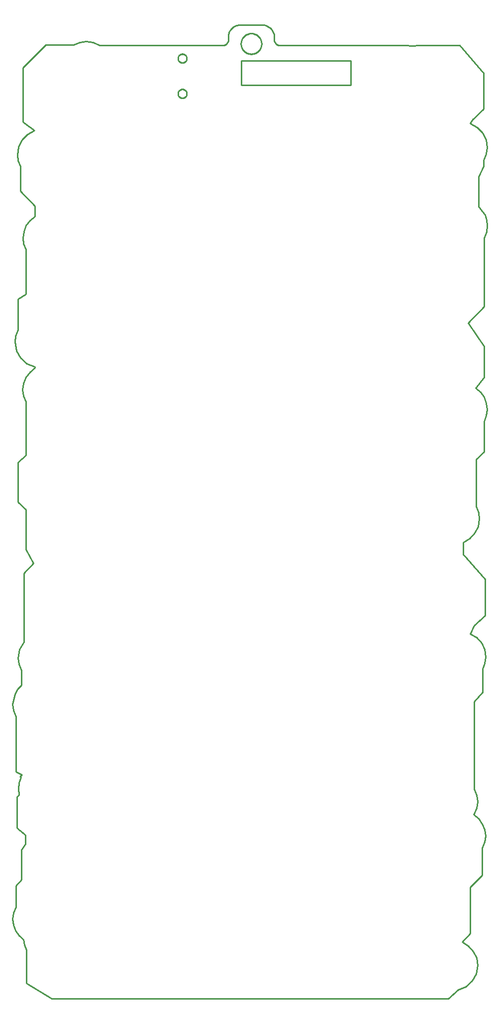
<source format=gbr>
G04 EAGLE Gerber RS-274X export*
G75*
%MOMM*%
%FSLAX34Y34*%
%LPD*%
%IN*%
%IPPOS*%
%AMOC8*
5,1,8,0,0,1.08239X$1,22.5*%
G01*
%ADD10C,0.254000*%


D10*
X83958Y200586D02*
X85155Y190285D01*
X88655Y180763D01*
X94322Y172392D01*
X102021Y165545D01*
X103601Y156604D01*
X107078Y148205D01*
X107078Y91490D01*
X150427Y64758D01*
X825593Y64758D01*
X841849Y80291D01*
X855119Y85874D01*
X865646Y95419D01*
X872583Y107876D01*
X875084Y122196D01*
X873198Y134749D01*
X867859Y145948D01*
X859539Y155114D01*
X848713Y161571D01*
X862801Y175660D01*
X862801Y255134D01*
X883031Y275363D01*
X883031Y321603D01*
X887095Y331492D01*
X888450Y342194D01*
X887072Y352816D01*
X883121Y362694D01*
X876867Y371353D01*
X868581Y378318D01*
X873458Y389110D01*
X875084Y400715D01*
X873729Y411282D01*
X869665Y421306D01*
X869665Y570500D01*
X883392Y586395D01*
X883392Y626132D01*
X887456Y636021D01*
X888811Y646723D01*
X886926Y659124D01*
X881586Y670339D01*
X873266Y679590D01*
X862440Y686098D01*
X868943Y699826D01*
X887727Y717165D01*
X887727Y778938D01*
X850519Y821565D01*
X850519Y841433D01*
X861819Y847953D01*
X870478Y857283D01*
X876021Y868713D01*
X877974Y881532D01*
X876619Y892233D01*
X872555Y902123D01*
X872555Y983041D01*
X885921Y995685D01*
X885921Y1047343D01*
X889985Y1057232D01*
X891340Y1067934D01*
X890019Y1078709D01*
X886192Y1088570D01*
X880062Y1097144D01*
X871832Y1104058D01*
X885921Y1122843D01*
X885921Y1174862D01*
X859550Y1215321D01*
X885921Y1242776D01*
X885921Y1359458D01*
X890301Y1369708D01*
X891701Y1380771D01*
X890708Y1389808D01*
X887818Y1398337D01*
X876890Y1412922D01*
X876890Y1464219D01*
X885560Y1481559D01*
X885560Y1492035D01*
X889804Y1502466D01*
X891340Y1513709D01*
X889268Y1526788D01*
X883437Y1538409D01*
X874423Y1547796D01*
X862801Y1554169D01*
X866053Y1560671D01*
X885560Y1578733D01*
X885560Y1640145D01*
X844378Y1687107D01*
X787301Y1687107D01*
X775811Y1687126D01*
X763127Y1686833D01*
X752425Y1687018D01*
X742026Y1687084D01*
X693980Y1687084D01*
X691933Y1687107D01*
X539000Y1687107D01*
X538128Y1687145D01*
X537264Y1687259D01*
X536412Y1687447D01*
X535580Y1687710D01*
X534774Y1688044D01*
X534000Y1688446D01*
X533264Y1688915D01*
X532572Y1689446D01*
X531929Y1690036D01*
X531340Y1690679D01*
X530808Y1691371D01*
X530340Y1692107D01*
X529937Y1692881D01*
X529603Y1693687D01*
X529341Y1694519D01*
X529152Y1695370D01*
X529038Y1696235D01*
X529000Y1697107D01*
X529000Y1704000D01*
X528659Y1705819D01*
X528160Y1707601D01*
X527508Y1709333D01*
X526708Y1711002D01*
X525765Y1712594D01*
X524687Y1714098D01*
X523481Y1715503D01*
X522159Y1716797D01*
X520728Y1717971D01*
X519200Y1719015D01*
X517588Y1719923D01*
X515902Y1720687D01*
X514156Y1721300D01*
X512363Y1721760D01*
X510537Y1722061D01*
X508692Y1722202D01*
X506842Y1722182D01*
X505000Y1722000D01*
X473000Y1722000D01*
X471249Y1722098D01*
X469497Y1722043D01*
X467755Y1721836D01*
X466039Y1721478D01*
X464360Y1720971D01*
X462732Y1720321D01*
X461167Y1719530D01*
X459676Y1718606D01*
X458272Y1717556D01*
X456965Y1716388D01*
X455764Y1715110D01*
X454680Y1713732D01*
X453719Y1712265D01*
X452890Y1710720D01*
X452199Y1709108D01*
X451651Y1707443D01*
X451250Y1705736D01*
X451000Y1704000D01*
X451000Y1697107D01*
X450962Y1696235D01*
X450848Y1695370D01*
X450659Y1694519D01*
X450397Y1693687D01*
X450063Y1692881D01*
X449660Y1692107D01*
X449192Y1691371D01*
X448660Y1690679D01*
X448071Y1690036D01*
X447428Y1689446D01*
X446736Y1688915D01*
X446000Y1688446D01*
X445226Y1688044D01*
X444420Y1687710D01*
X443588Y1687447D01*
X442736Y1687259D01*
X441872Y1687145D01*
X441000Y1687107D01*
X231707Y1687107D01*
X220689Y1692164D01*
X208588Y1693970D01*
X197886Y1692616D01*
X187997Y1688552D01*
X139951Y1688552D01*
X101298Y1649537D01*
X101298Y1556697D01*
X121167Y1542248D01*
X109279Y1536022D01*
X100034Y1526579D01*
X94039Y1514765D01*
X91906Y1501427D01*
X93215Y1491222D01*
X96963Y1481559D01*
X96963Y1439293D01*
X121528Y1413645D01*
X121528Y1396305D01*
X113185Y1389486D01*
X106807Y1380771D01*
X102732Y1370702D01*
X101298Y1359819D01*
X102608Y1349614D01*
X106356Y1339951D01*
X106356Y1263728D01*
X92989Y1255420D01*
X92989Y1203039D01*
X88925Y1193150D01*
X87571Y1182448D01*
X90139Y1167773D01*
X97279Y1155265D01*
X108145Y1145872D01*
X121889Y1140544D01*
X121889Y1138376D01*
X113129Y1131400D01*
X106536Y1122662D01*
X102382Y1112570D01*
X100937Y1101529D01*
X102292Y1090828D01*
X106356Y1080939D01*
X106356Y989905D01*
X92989Y977623D01*
X92989Y910070D01*
X106356Y897426D01*
X106356Y829874D01*
X118999Y805670D01*
X102743Y789414D01*
X102743Y672371D01*
X95563Y659457D01*
X92989Y644916D01*
X94344Y634350D01*
X98408Y624326D01*
X98408Y598316D01*
X92188Y591514D01*
X87661Y583731D01*
X83958Y566165D01*
X85313Y555599D01*
X89377Y545574D01*
X89377Y451289D01*
X99853Y446232D01*
X96602Y442620D01*
X97686Y441536D01*
X94434Y432414D01*
X93351Y422751D01*
X94796Y411914D01*
X91544Y407940D01*
X91544Y355921D01*
X105272Y344000D01*
X105272Y328105D01*
X98408Y318352D01*
X98408Y267777D01*
X89377Y256940D01*
X89377Y221177D01*
X85313Y211288D01*
X83958Y200586D01*
X473020Y1619280D02*
X659020Y1619280D01*
X659020Y1661280D01*
X473020Y1661280D01*
X473020Y1619280D01*
X507500Y1689427D02*
X507425Y1688284D01*
X507276Y1687148D01*
X507052Y1686024D01*
X506755Y1684917D01*
X506387Y1683832D01*
X505949Y1682774D01*
X505442Y1681746D01*
X504869Y1680754D01*
X504232Y1679801D01*
X503535Y1678892D01*
X502779Y1678031D01*
X501969Y1677221D01*
X501108Y1676465D01*
X500199Y1675768D01*
X499246Y1675131D01*
X498254Y1674558D01*
X497226Y1674051D01*
X496168Y1673613D01*
X495083Y1673245D01*
X493976Y1672948D01*
X492852Y1672725D01*
X491716Y1672575D01*
X490573Y1672500D01*
X489427Y1672500D01*
X488284Y1672575D01*
X487148Y1672725D01*
X486024Y1672948D01*
X484917Y1673245D01*
X483832Y1673613D01*
X482774Y1674051D01*
X481746Y1674558D01*
X480754Y1675131D01*
X479801Y1675768D01*
X478892Y1676465D01*
X478031Y1677221D01*
X477221Y1678031D01*
X476465Y1678892D01*
X475768Y1679801D01*
X475131Y1680754D01*
X474558Y1681746D01*
X474051Y1682774D01*
X473613Y1683832D01*
X473245Y1684917D01*
X472948Y1686024D01*
X472725Y1687148D01*
X472575Y1688284D01*
X472500Y1689427D01*
X472500Y1690573D01*
X472575Y1691716D01*
X472725Y1692852D01*
X472948Y1693976D01*
X473245Y1695083D01*
X473613Y1696168D01*
X474051Y1697226D01*
X474558Y1698254D01*
X475131Y1699246D01*
X475768Y1700199D01*
X476465Y1701108D01*
X477221Y1701969D01*
X478031Y1702779D01*
X478892Y1703535D01*
X479801Y1704232D01*
X480754Y1704869D01*
X481746Y1705442D01*
X482774Y1705949D01*
X483832Y1706387D01*
X484917Y1706755D01*
X486024Y1707052D01*
X487148Y1707276D01*
X488284Y1707425D01*
X489427Y1707500D01*
X490573Y1707500D01*
X491716Y1707425D01*
X492852Y1707276D01*
X493976Y1707052D01*
X495083Y1706755D01*
X496168Y1706387D01*
X497226Y1705949D01*
X498254Y1705442D01*
X499246Y1704869D01*
X500199Y1704232D01*
X501108Y1703535D01*
X501969Y1702779D01*
X502779Y1701969D01*
X503535Y1701108D01*
X504232Y1700199D01*
X504869Y1699246D01*
X505442Y1698254D01*
X505949Y1697226D01*
X506387Y1696168D01*
X506755Y1695083D01*
X507052Y1693976D01*
X507276Y1692852D01*
X507425Y1691716D01*
X507500Y1690573D01*
X507500Y1689427D01*
X372352Y1612560D02*
X371618Y1612488D01*
X370895Y1612344D01*
X370190Y1612130D01*
X369509Y1611848D01*
X368860Y1611501D01*
X368247Y1611091D01*
X367677Y1610624D01*
X367156Y1610103D01*
X366689Y1609533D01*
X366279Y1608920D01*
X365932Y1608271D01*
X365650Y1607590D01*
X365436Y1606885D01*
X365292Y1606162D01*
X365220Y1605428D01*
X365220Y1604692D01*
X365292Y1603958D01*
X365436Y1603235D01*
X365650Y1602530D01*
X365932Y1601849D01*
X366279Y1601200D01*
X366689Y1600587D01*
X367156Y1600017D01*
X367677Y1599496D01*
X368247Y1599029D01*
X368860Y1598619D01*
X369509Y1598272D01*
X370190Y1597990D01*
X370895Y1597776D01*
X371618Y1597632D01*
X372352Y1597560D01*
X373088Y1597560D01*
X373822Y1597632D01*
X374545Y1597776D01*
X375250Y1597990D01*
X375931Y1598272D01*
X376580Y1598619D01*
X377193Y1599029D01*
X377763Y1599496D01*
X378284Y1600017D01*
X378751Y1600587D01*
X379161Y1601200D01*
X379508Y1601849D01*
X379790Y1602530D01*
X380004Y1603235D01*
X380148Y1603958D01*
X380220Y1604692D01*
X380220Y1605428D01*
X380148Y1606162D01*
X380004Y1606885D01*
X379790Y1607590D01*
X379508Y1608271D01*
X379161Y1608920D01*
X378751Y1609533D01*
X378284Y1610103D01*
X377763Y1610624D01*
X377193Y1611091D01*
X376580Y1611501D01*
X375931Y1611848D01*
X375250Y1612130D01*
X374545Y1612344D01*
X373822Y1612488D01*
X373088Y1612560D01*
X372352Y1612560D01*
X372352Y1672560D02*
X371618Y1672488D01*
X370895Y1672344D01*
X370190Y1672130D01*
X369509Y1671848D01*
X368860Y1671501D01*
X368247Y1671091D01*
X367677Y1670624D01*
X367156Y1670103D01*
X366689Y1669533D01*
X366279Y1668920D01*
X365932Y1668271D01*
X365650Y1667590D01*
X365436Y1666885D01*
X365292Y1666162D01*
X365220Y1665428D01*
X365220Y1664692D01*
X365292Y1663958D01*
X365436Y1663235D01*
X365650Y1662530D01*
X365932Y1661849D01*
X366279Y1661200D01*
X366689Y1660587D01*
X367156Y1660017D01*
X367677Y1659496D01*
X368247Y1659029D01*
X368860Y1658619D01*
X369509Y1658272D01*
X370190Y1657990D01*
X370895Y1657776D01*
X371618Y1657632D01*
X372352Y1657560D01*
X373088Y1657560D01*
X373822Y1657632D01*
X374545Y1657776D01*
X375250Y1657990D01*
X375931Y1658272D01*
X376580Y1658619D01*
X377193Y1659029D01*
X377763Y1659496D01*
X378284Y1660017D01*
X378751Y1660587D01*
X379161Y1661200D01*
X379508Y1661849D01*
X379790Y1662530D01*
X380004Y1663235D01*
X380148Y1663958D01*
X380220Y1664692D01*
X380220Y1665428D01*
X380148Y1666162D01*
X380004Y1666885D01*
X379790Y1667590D01*
X379508Y1668271D01*
X379161Y1668920D01*
X378751Y1669533D01*
X378284Y1670103D01*
X377763Y1670624D01*
X377193Y1671091D01*
X376580Y1671501D01*
X375931Y1671848D01*
X375250Y1672130D01*
X374545Y1672344D01*
X373822Y1672488D01*
X373088Y1672560D01*
X372352Y1672560D01*
M02*

</source>
